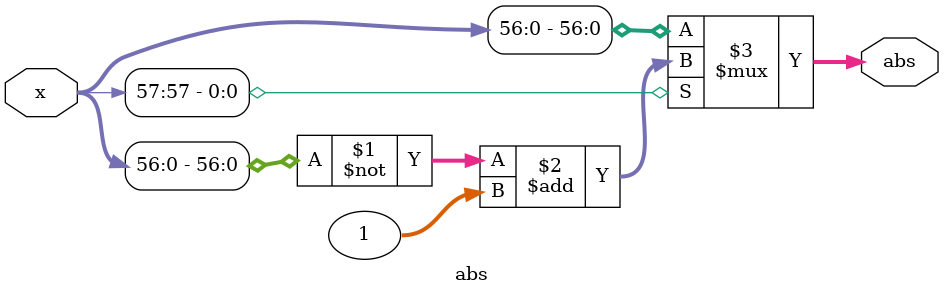
<source format=sv>
module abs#(parameter N=58)(
input [N-1:0] x,
output reg[N-2:0] abs
);

assign abs = x[N-1] ? (~x[N-2:0] + 1) : x[N-2:0];

endmodule

</source>
